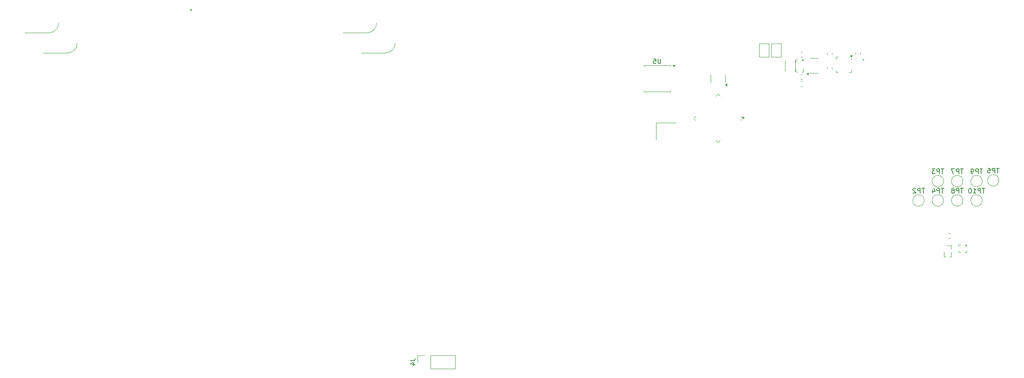
<source format=gbr>
%TF.GenerationSoftware,KiCad,Pcbnew,9.0.3*%
%TF.CreationDate,2025-07-16T09:35:22-04:00*%
%TF.ProjectId,board,626f6172-642e-46b6-9963-61645f706362,rev?*%
%TF.SameCoordinates,Original*%
%TF.FileFunction,Legend,Bot*%
%TF.FilePolarity,Positive*%
%FSLAX46Y46*%
G04 Gerber Fmt 4.6, Leading zero omitted, Abs format (unit mm)*
G04 Created by KiCad (PCBNEW 9.0.3) date 2025-07-16 09:35:22*
%MOMM*%
%LPD*%
G01*
G04 APERTURE LIST*
%ADD10C,0.100000*%
%ADD11C,0.150000*%
%ADD12C,0.120000*%
%ADD13C,0.200000*%
G04 APERTURE END LIST*
D10*
X200400000Y-37850000D02*
X200400000Y-38150000D01*
X200550000Y-38000000D02*
X200250000Y-38000000D01*
D11*
X228911904Y-60806819D02*
X228340476Y-60806819D01*
X228626190Y-61806819D02*
X228626190Y-60806819D01*
X228007142Y-61806819D02*
X228007142Y-60806819D01*
X228007142Y-60806819D02*
X227626190Y-60806819D01*
X227626190Y-60806819D02*
X227530952Y-60854438D01*
X227530952Y-60854438D02*
X227483333Y-60902057D01*
X227483333Y-60902057D02*
X227435714Y-60997295D01*
X227435714Y-60997295D02*
X227435714Y-61140152D01*
X227435714Y-61140152D02*
X227483333Y-61235390D01*
X227483333Y-61235390D02*
X227530952Y-61283009D01*
X227530952Y-61283009D02*
X227626190Y-61330628D01*
X227626190Y-61330628D02*
X228007142Y-61330628D01*
X226530952Y-60806819D02*
X227007142Y-60806819D01*
X227007142Y-60806819D02*
X227054761Y-61283009D01*
X227054761Y-61283009D02*
X227007142Y-61235390D01*
X227007142Y-61235390D02*
X226911904Y-61187771D01*
X226911904Y-61187771D02*
X226673809Y-61187771D01*
X226673809Y-61187771D02*
X226578571Y-61235390D01*
X226578571Y-61235390D02*
X226530952Y-61283009D01*
X226530952Y-61283009D02*
X226483333Y-61378247D01*
X226483333Y-61378247D02*
X226483333Y-61616342D01*
X226483333Y-61616342D02*
X226530952Y-61711580D01*
X226530952Y-61711580D02*
X226578571Y-61759200D01*
X226578571Y-61759200D02*
X226673809Y-61806819D01*
X226673809Y-61806819D02*
X226911904Y-61806819D01*
X226911904Y-61806819D02*
X227007142Y-61759200D01*
X227007142Y-61759200D02*
X227054761Y-61711580D01*
X217311904Y-65006819D02*
X216740476Y-65006819D01*
X217026190Y-66006819D02*
X217026190Y-65006819D01*
X216407142Y-66006819D02*
X216407142Y-65006819D01*
X216407142Y-65006819D02*
X216026190Y-65006819D01*
X216026190Y-65006819D02*
X215930952Y-65054438D01*
X215930952Y-65054438D02*
X215883333Y-65102057D01*
X215883333Y-65102057D02*
X215835714Y-65197295D01*
X215835714Y-65197295D02*
X215835714Y-65340152D01*
X215835714Y-65340152D02*
X215883333Y-65435390D01*
X215883333Y-65435390D02*
X215930952Y-65483009D01*
X215930952Y-65483009D02*
X216026190Y-65530628D01*
X216026190Y-65530628D02*
X216407142Y-65530628D01*
X214978571Y-65340152D02*
X214978571Y-66006819D01*
X215216666Y-64959200D02*
X215454761Y-65673485D01*
X215454761Y-65673485D02*
X214835714Y-65673485D01*
X158011904Y-37854820D02*
X158011904Y-38664343D01*
X158011904Y-38664343D02*
X157964285Y-38759581D01*
X157964285Y-38759581D02*
X157916666Y-38807201D01*
X157916666Y-38807201D02*
X157821428Y-38854820D01*
X157821428Y-38854820D02*
X157630952Y-38854820D01*
X157630952Y-38854820D02*
X157535714Y-38807201D01*
X157535714Y-38807201D02*
X157488095Y-38759581D01*
X157488095Y-38759581D02*
X157440476Y-38664343D01*
X157440476Y-38664343D02*
X157440476Y-37854820D01*
X156488095Y-37854820D02*
X156964285Y-37854820D01*
X156964285Y-37854820D02*
X157011904Y-38331010D01*
X157011904Y-38331010D02*
X156964285Y-38283391D01*
X156964285Y-38283391D02*
X156869047Y-38235772D01*
X156869047Y-38235772D02*
X156630952Y-38235772D01*
X156630952Y-38235772D02*
X156535714Y-38283391D01*
X156535714Y-38283391D02*
X156488095Y-38331010D01*
X156488095Y-38331010D02*
X156440476Y-38426248D01*
X156440476Y-38426248D02*
X156440476Y-38664343D01*
X156440476Y-38664343D02*
X156488095Y-38759581D01*
X156488095Y-38759581D02*
X156535714Y-38807201D01*
X156535714Y-38807201D02*
X156630952Y-38854820D01*
X156630952Y-38854820D02*
X156869047Y-38854820D01*
X156869047Y-38854820D02*
X156964285Y-38807201D01*
X156964285Y-38807201D02*
X157011904Y-38759581D01*
X221361904Y-60956819D02*
X220790476Y-60956819D01*
X221076190Y-61956819D02*
X221076190Y-60956819D01*
X220457142Y-61956819D02*
X220457142Y-60956819D01*
X220457142Y-60956819D02*
X220076190Y-60956819D01*
X220076190Y-60956819D02*
X219980952Y-61004438D01*
X219980952Y-61004438D02*
X219933333Y-61052057D01*
X219933333Y-61052057D02*
X219885714Y-61147295D01*
X219885714Y-61147295D02*
X219885714Y-61290152D01*
X219885714Y-61290152D02*
X219933333Y-61385390D01*
X219933333Y-61385390D02*
X219980952Y-61433009D01*
X219980952Y-61433009D02*
X220076190Y-61480628D01*
X220076190Y-61480628D02*
X220457142Y-61480628D01*
X219552380Y-60956819D02*
X218885714Y-60956819D01*
X218885714Y-60956819D02*
X219314285Y-61956819D01*
X225411904Y-60956819D02*
X224840476Y-60956819D01*
X225126190Y-61956819D02*
X225126190Y-60956819D01*
X224507142Y-61956819D02*
X224507142Y-60956819D01*
X224507142Y-60956819D02*
X224126190Y-60956819D01*
X224126190Y-60956819D02*
X224030952Y-61004438D01*
X224030952Y-61004438D02*
X223983333Y-61052057D01*
X223983333Y-61052057D02*
X223935714Y-61147295D01*
X223935714Y-61147295D02*
X223935714Y-61290152D01*
X223935714Y-61290152D02*
X223983333Y-61385390D01*
X223983333Y-61385390D02*
X224030952Y-61433009D01*
X224030952Y-61433009D02*
X224126190Y-61480628D01*
X224126190Y-61480628D02*
X224507142Y-61480628D01*
X223459523Y-61956819D02*
X223269047Y-61956819D01*
X223269047Y-61956819D02*
X223173809Y-61909200D01*
X223173809Y-61909200D02*
X223126190Y-61861580D01*
X223126190Y-61861580D02*
X223030952Y-61718723D01*
X223030952Y-61718723D02*
X222983333Y-61528247D01*
X222983333Y-61528247D02*
X222983333Y-61147295D01*
X222983333Y-61147295D02*
X223030952Y-61052057D01*
X223030952Y-61052057D02*
X223078571Y-61004438D01*
X223078571Y-61004438D02*
X223173809Y-60956819D01*
X223173809Y-60956819D02*
X223364285Y-60956819D01*
X223364285Y-60956819D02*
X223459523Y-61004438D01*
X223459523Y-61004438D02*
X223507142Y-61052057D01*
X223507142Y-61052057D02*
X223554761Y-61147295D01*
X223554761Y-61147295D02*
X223554761Y-61385390D01*
X223554761Y-61385390D02*
X223507142Y-61480628D01*
X223507142Y-61480628D02*
X223459523Y-61528247D01*
X223459523Y-61528247D02*
X223364285Y-61575866D01*
X223364285Y-61575866D02*
X223173809Y-61575866D01*
X223173809Y-61575866D02*
X223078571Y-61528247D01*
X223078571Y-61528247D02*
X223030952Y-61480628D01*
X223030952Y-61480628D02*
X222983333Y-61385390D01*
X217311904Y-60956819D02*
X216740476Y-60956819D01*
X217026190Y-61956819D02*
X217026190Y-60956819D01*
X216407142Y-61956819D02*
X216407142Y-60956819D01*
X216407142Y-60956819D02*
X216026190Y-60956819D01*
X216026190Y-60956819D02*
X215930952Y-61004438D01*
X215930952Y-61004438D02*
X215883333Y-61052057D01*
X215883333Y-61052057D02*
X215835714Y-61147295D01*
X215835714Y-61147295D02*
X215835714Y-61290152D01*
X215835714Y-61290152D02*
X215883333Y-61385390D01*
X215883333Y-61385390D02*
X215930952Y-61433009D01*
X215930952Y-61433009D02*
X216026190Y-61480628D01*
X216026190Y-61480628D02*
X216407142Y-61480628D01*
X215502380Y-60956819D02*
X214883333Y-60956819D01*
X214883333Y-60956819D02*
X215216666Y-61337771D01*
X215216666Y-61337771D02*
X215073809Y-61337771D01*
X215073809Y-61337771D02*
X214978571Y-61385390D01*
X214978571Y-61385390D02*
X214930952Y-61433009D01*
X214930952Y-61433009D02*
X214883333Y-61528247D01*
X214883333Y-61528247D02*
X214883333Y-61766342D01*
X214883333Y-61766342D02*
X214930952Y-61861580D01*
X214930952Y-61861580D02*
X214978571Y-61909200D01*
X214978571Y-61909200D02*
X215073809Y-61956819D01*
X215073809Y-61956819D02*
X215359523Y-61956819D01*
X215359523Y-61956819D02*
X215454761Y-61909200D01*
X215454761Y-61909200D02*
X215502380Y-61861580D01*
X225888094Y-65006819D02*
X225316666Y-65006819D01*
X225602380Y-66006819D02*
X225602380Y-65006819D01*
X224983332Y-66006819D02*
X224983332Y-65006819D01*
X224983332Y-65006819D02*
X224602380Y-65006819D01*
X224602380Y-65006819D02*
X224507142Y-65054438D01*
X224507142Y-65054438D02*
X224459523Y-65102057D01*
X224459523Y-65102057D02*
X224411904Y-65197295D01*
X224411904Y-65197295D02*
X224411904Y-65340152D01*
X224411904Y-65340152D02*
X224459523Y-65435390D01*
X224459523Y-65435390D02*
X224507142Y-65483009D01*
X224507142Y-65483009D02*
X224602380Y-65530628D01*
X224602380Y-65530628D02*
X224983332Y-65530628D01*
X223459523Y-66006819D02*
X224030951Y-66006819D01*
X223745237Y-66006819D02*
X223745237Y-65006819D01*
X223745237Y-65006819D02*
X223840475Y-65149676D01*
X223840475Y-65149676D02*
X223935713Y-65244914D01*
X223935713Y-65244914D02*
X224030951Y-65292533D01*
X222840475Y-65006819D02*
X222745237Y-65006819D01*
X222745237Y-65006819D02*
X222649999Y-65054438D01*
X222649999Y-65054438D02*
X222602380Y-65102057D01*
X222602380Y-65102057D02*
X222554761Y-65197295D01*
X222554761Y-65197295D02*
X222507142Y-65387771D01*
X222507142Y-65387771D02*
X222507142Y-65625866D01*
X222507142Y-65625866D02*
X222554761Y-65816342D01*
X222554761Y-65816342D02*
X222602380Y-65911580D01*
X222602380Y-65911580D02*
X222649999Y-65959200D01*
X222649999Y-65959200D02*
X222745237Y-66006819D01*
X222745237Y-66006819D02*
X222840475Y-66006819D01*
X222840475Y-66006819D02*
X222935713Y-65959200D01*
X222935713Y-65959200D02*
X222983332Y-65911580D01*
X222983332Y-65911580D02*
X223030951Y-65816342D01*
X223030951Y-65816342D02*
X223078570Y-65625866D01*
X223078570Y-65625866D02*
X223078570Y-65387771D01*
X223078570Y-65387771D02*
X223030951Y-65197295D01*
X223030951Y-65197295D02*
X222983332Y-65102057D01*
X222983332Y-65102057D02*
X222935713Y-65054438D01*
X222935713Y-65054438D02*
X222840475Y-65006819D01*
X213261904Y-65006819D02*
X212690476Y-65006819D01*
X212976190Y-66006819D02*
X212976190Y-65006819D01*
X212357142Y-66006819D02*
X212357142Y-65006819D01*
X212357142Y-65006819D02*
X211976190Y-65006819D01*
X211976190Y-65006819D02*
X211880952Y-65054438D01*
X211880952Y-65054438D02*
X211833333Y-65102057D01*
X211833333Y-65102057D02*
X211785714Y-65197295D01*
X211785714Y-65197295D02*
X211785714Y-65340152D01*
X211785714Y-65340152D02*
X211833333Y-65435390D01*
X211833333Y-65435390D02*
X211880952Y-65483009D01*
X211880952Y-65483009D02*
X211976190Y-65530628D01*
X211976190Y-65530628D02*
X212357142Y-65530628D01*
X211404761Y-65102057D02*
X211357142Y-65054438D01*
X211357142Y-65054438D02*
X211261904Y-65006819D01*
X211261904Y-65006819D02*
X211023809Y-65006819D01*
X211023809Y-65006819D02*
X210928571Y-65054438D01*
X210928571Y-65054438D02*
X210880952Y-65102057D01*
X210880952Y-65102057D02*
X210833333Y-65197295D01*
X210833333Y-65197295D02*
X210833333Y-65292533D01*
X210833333Y-65292533D02*
X210880952Y-65435390D01*
X210880952Y-65435390D02*
X211452380Y-66006819D01*
X211452380Y-66006819D02*
X210833333Y-66006819D01*
X221361904Y-65006819D02*
X220790476Y-65006819D01*
X221076190Y-66006819D02*
X221076190Y-65006819D01*
X220457142Y-66006819D02*
X220457142Y-65006819D01*
X220457142Y-65006819D02*
X220076190Y-65006819D01*
X220076190Y-65006819D02*
X219980952Y-65054438D01*
X219980952Y-65054438D02*
X219933333Y-65102057D01*
X219933333Y-65102057D02*
X219885714Y-65197295D01*
X219885714Y-65197295D02*
X219885714Y-65340152D01*
X219885714Y-65340152D02*
X219933333Y-65435390D01*
X219933333Y-65435390D02*
X219980952Y-65483009D01*
X219980952Y-65483009D02*
X220076190Y-65530628D01*
X220076190Y-65530628D02*
X220457142Y-65530628D01*
X219314285Y-65435390D02*
X219409523Y-65387771D01*
X219409523Y-65387771D02*
X219457142Y-65340152D01*
X219457142Y-65340152D02*
X219504761Y-65244914D01*
X219504761Y-65244914D02*
X219504761Y-65197295D01*
X219504761Y-65197295D02*
X219457142Y-65102057D01*
X219457142Y-65102057D02*
X219409523Y-65054438D01*
X219409523Y-65054438D02*
X219314285Y-65006819D01*
X219314285Y-65006819D02*
X219123809Y-65006819D01*
X219123809Y-65006819D02*
X219028571Y-65054438D01*
X219028571Y-65054438D02*
X218980952Y-65102057D01*
X218980952Y-65102057D02*
X218933333Y-65197295D01*
X218933333Y-65197295D02*
X218933333Y-65244914D01*
X218933333Y-65244914D02*
X218980952Y-65340152D01*
X218980952Y-65340152D02*
X219028571Y-65387771D01*
X219028571Y-65387771D02*
X219123809Y-65435390D01*
X219123809Y-65435390D02*
X219314285Y-65435390D01*
X219314285Y-65435390D02*
X219409523Y-65483009D01*
X219409523Y-65483009D02*
X219457142Y-65530628D01*
X219457142Y-65530628D02*
X219504761Y-65625866D01*
X219504761Y-65625866D02*
X219504761Y-65816342D01*
X219504761Y-65816342D02*
X219457142Y-65911580D01*
X219457142Y-65911580D02*
X219409523Y-65959200D01*
X219409523Y-65959200D02*
X219314285Y-66006819D01*
X219314285Y-66006819D02*
X219123809Y-66006819D01*
X219123809Y-66006819D02*
X219028571Y-65959200D01*
X219028571Y-65959200D02*
X218980952Y-65911580D01*
X218980952Y-65911580D02*
X218933333Y-65816342D01*
X218933333Y-65816342D02*
X218933333Y-65625866D01*
X218933333Y-65625866D02*
X218980952Y-65530628D01*
X218980952Y-65530628D02*
X219028571Y-65483009D01*
X219028571Y-65483009D02*
X219123809Y-65435390D01*
X105584819Y-101116666D02*
X106299104Y-101116666D01*
X106299104Y-101116666D02*
X106441961Y-101069047D01*
X106441961Y-101069047D02*
X106537200Y-100973809D01*
X106537200Y-100973809D02*
X106584819Y-100830952D01*
X106584819Y-100830952D02*
X106584819Y-100735714D01*
X105918152Y-102021428D02*
X106584819Y-102021428D01*
X105537200Y-101783333D02*
X106251485Y-101545238D01*
X106251485Y-101545238D02*
X106251485Y-102164285D01*
D12*
%TO.C,SW1*%
X35800000Y-34600000D02*
G75*
G02*
X33800000Y-36600000I-2000000J0D01*
G01*
X31900000Y-30400000D02*
G75*
G02*
X29900000Y-32400000I-2000000J0D01*
G01*
X33800000Y-36600000D02*
X28700000Y-36600000D01*
X29900000Y-32400000D02*
X24800000Y-32400000D01*
%TO.C,SW2*%
X102400000Y-34600000D02*
G75*
G02*
X100400000Y-36600000I-2000000J0D01*
G01*
X98500000Y-30400000D02*
G75*
G02*
X96500000Y-32400000I-2000000J0D01*
G01*
X100400000Y-36600000D02*
X95300000Y-36600000D01*
X96500000Y-32400000D02*
X91400000Y-32400000D01*
D13*
%TO.C,J1*%
X59730750Y-27600000D02*
G75*
G02*
X59530750Y-27600000I-100000J0D01*
G01*
X59530750Y-27600000D02*
G75*
G02*
X59730750Y-27600000I100000J0D01*
G01*
D12*
%TO.C,JP1*%
X178650000Y-34650000D02*
X178650000Y-37450000D01*
X178650000Y-37450000D02*
X180650000Y-37450000D01*
X180650000Y-34650000D02*
X178650000Y-34650000D01*
X180650000Y-37450000D02*
X180650000Y-34650000D01*
%TO.C,TP5*%
X228850000Y-63350000D02*
G75*
G02*
X226450000Y-63350000I-1200000J0D01*
G01*
X226450000Y-63350000D02*
G75*
G02*
X228850000Y-63350000I1200000J0D01*
G01*
%TO.C,TP4*%
X217250000Y-67550000D02*
G75*
G02*
X214850000Y-67550000I-1200000J0D01*
G01*
X214850000Y-67550000D02*
G75*
G02*
X217250000Y-67550000I1200000J0D01*
G01*
%TO.C,U1*%
X164894689Y-50300000D02*
X165354308Y-49840381D01*
X165354308Y-50759619D02*
X164894689Y-50300000D01*
X169540381Y-54945692D02*
X170000000Y-55405311D01*
X170000000Y-45194689D02*
X169540381Y-45654308D01*
X170000000Y-55405311D02*
X170459619Y-54945692D01*
X170459619Y-45654308D02*
X170000000Y-45194689D01*
X174645692Y-49840381D02*
X174893179Y-50087868D01*
X174645692Y-50759619D02*
X174935605Y-50469706D01*
X175508362Y-50236360D02*
X175105311Y-50300000D01*
X175168951Y-49896949D01*
X175508362Y-50236360D01*
G36*
X175508362Y-50236360D02*
G01*
X175105311Y-50300000D01*
X175168951Y-49896949D01*
X175508362Y-50236360D01*
G37*
%TO.C,C34*%
X192890000Y-36659420D02*
X192890000Y-36940580D01*
X193910000Y-36659420D02*
X193910000Y-36940580D01*
%TO.C,C35*%
X218590580Y-74460000D02*
X218309420Y-74460000D01*
X218590580Y-75480000D02*
X218309420Y-75480000D01*
%TO.C,U5*%
X154490000Y-39240000D02*
X154490000Y-39510000D01*
X154490000Y-44760000D02*
X154490000Y-44490000D01*
X157250000Y-39240000D02*
X154490000Y-39240000D01*
X157250000Y-39240000D02*
X160010000Y-39240000D01*
X157250000Y-44760000D02*
X154490000Y-44760000D01*
X157250000Y-44760000D02*
X160010000Y-44760000D01*
X160010000Y-39240000D02*
X160010000Y-39510000D01*
X160010000Y-44760000D02*
X160010000Y-44490000D01*
X160775000Y-39510001D02*
X160535000Y-39180000D01*
X161015000Y-39180000D01*
X160775000Y-39510001D01*
G36*
X160775000Y-39510001D02*
G01*
X160535000Y-39180000D01*
X161015000Y-39180000D01*
X160775000Y-39510001D01*
G37*
%TO.C,U8*%
X220411500Y-76856500D02*
X220411500Y-77193250D01*
X220411500Y-78443500D02*
X220411500Y-78106750D01*
X220770750Y-76856500D02*
X220411500Y-76856500D01*
X220770750Y-78443500D02*
X220411500Y-78443500D01*
X221729250Y-78443500D02*
X222088500Y-78443500D01*
X222088500Y-78443500D02*
X222088500Y-78106750D01*
D13*
X222068500Y-76976500D02*
G75*
G02*
X221868500Y-76976500I-100000J0D01*
G01*
X221868500Y-76976500D02*
G75*
G02*
X222068500Y-76976500I100000J0D01*
G01*
D12*
%TO.C,J3*%
X217365000Y-78485000D02*
X217365000Y-79359999D01*
X217424435Y-78485000D02*
X217365000Y-78485000D01*
X217699970Y-79360000D02*
X217365000Y-79359999D01*
X218855000Y-77015000D02*
X218110000Y-77015001D01*
X218855000Y-78485000D02*
X218795565Y-78485000D01*
X218855000Y-78485000D02*
X218855000Y-79359999D01*
X218855000Y-79359999D02*
X218520030Y-79360000D01*
X218855001Y-77750000D02*
X218855000Y-77015000D01*
%TO.C,C7*%
X187359420Y-41090000D02*
X187640580Y-41090000D01*
X187359420Y-42110000D02*
X187640580Y-42110000D01*
%TO.C,U2*%
X194690000Y-37490000D02*
X194690000Y-37965000D01*
X194690000Y-40710000D02*
X194690000Y-40235000D01*
X195165000Y-37490000D02*
X194690000Y-37490000D01*
X195165000Y-40710000D02*
X194690000Y-40710000D01*
X197435000Y-37490000D02*
X197610000Y-37490000D01*
X197435000Y-40710000D02*
X197910000Y-40710000D01*
X197910000Y-37965000D02*
X197910000Y-37730000D01*
X197910000Y-40710000D02*
X197910000Y-40235000D01*
X197910000Y-37490000D02*
X197670000Y-37160000D01*
X198150000Y-37160000D01*
X197910000Y-37490000D01*
G36*
X197910000Y-37490000D02*
G01*
X197670000Y-37160000D01*
X198150000Y-37160000D01*
X197910000Y-37490000D01*
G37*
%TO.C,C1*%
X198790000Y-36840580D02*
X198790000Y-36559420D01*
X199810000Y-36840580D02*
X199810000Y-36559420D01*
%TO.C,TP7*%
X221300000Y-63500000D02*
G75*
G02*
X218900000Y-63500000I-1200000J0D01*
G01*
X218900000Y-63500000D02*
G75*
G02*
X221300000Y-63500000I1200000J0D01*
G01*
%TO.C,Y1*%
X157058629Y-51289999D02*
X161178629Y-51289999D01*
X157058629Y-54710001D02*
X157058629Y-51289999D01*
%TO.C,TP9*%
X225350000Y-63500000D02*
G75*
G02*
X222950000Y-63500000I-1200000J0D01*
G01*
X222950000Y-63500000D02*
G75*
G02*
X225350000Y-63500000I1200000J0D01*
G01*
%TO.C,TP3*%
X217250000Y-63500000D02*
G75*
G02*
X214850000Y-63500000I-1200000J0D01*
G01*
X214850000Y-63500000D02*
G75*
G02*
X217250000Y-63500000I1200000J0D01*
G01*
%TO.C,TP10*%
X225350000Y-67550000D02*
G75*
G02*
X222950000Y-67550000I-1200000J0D01*
G01*
X222950000Y-67550000D02*
G75*
G02*
X225350000Y-67550000I1200000J0D01*
G01*
%TO.C,U4*%
X190137500Y-37740000D02*
X189337500Y-37740000D01*
X190137500Y-37740000D02*
X190937500Y-37740000D01*
X190137500Y-40860000D02*
X189337500Y-40860000D01*
X190137500Y-40860000D02*
X190937500Y-40860000D01*
X189077500Y-41140000D02*
X188597500Y-41140000D01*
X188837500Y-40810000D01*
X189077500Y-41140000D01*
G36*
X189077500Y-41140000D02*
G01*
X188597500Y-41140000D01*
X188837500Y-40810000D01*
X189077500Y-41140000D01*
G37*
%TO.C,C4*%
X187359420Y-36490000D02*
X187640580Y-36490000D01*
X187359420Y-37510000D02*
X187640580Y-37510000D01*
%TO.C,TP2*%
X213200000Y-67550000D02*
G75*
G02*
X210800000Y-67550000I-1200000J0D01*
G01*
X210800000Y-67550000D02*
G75*
G02*
X213200000Y-67550000I1200000J0D01*
G01*
%TO.C,L1*%
X184015000Y-38190000D02*
X184015000Y-40410000D01*
X186135000Y-40410000D02*
X186135000Y-38190000D01*
%TO.C,U6*%
X168440000Y-42000000D02*
X168440000Y-41200000D01*
X168440000Y-42000000D02*
X168440000Y-42800000D01*
X171560000Y-42000000D02*
X171560000Y-41200000D01*
X171560000Y-42000000D02*
X171560000Y-42800000D01*
X171840000Y-43540000D02*
X171510000Y-43300000D01*
X171840000Y-43060000D01*
X171840000Y-43540000D01*
G36*
X171840000Y-43540000D02*
G01*
X171510000Y-43300000D01*
X171840000Y-43060000D01*
X171840000Y-43540000D01*
G37*
%TO.C,U3*%
X186255000Y-38030000D02*
X186255000Y-38605000D01*
X186255000Y-40570000D02*
X186255000Y-39995000D01*
X186605000Y-38030000D02*
X186255000Y-38030000D01*
X186605000Y-40570000D02*
X186255000Y-40570000D01*
X187545000Y-40570000D02*
X187895000Y-40570000D01*
X187895000Y-40570000D02*
X187895000Y-39995000D01*
D13*
X187875000Y-38150000D02*
G75*
G02*
X187675000Y-38150000I-100000J0D01*
G01*
X187675000Y-38150000D02*
G75*
G02*
X187875000Y-38150000I100000J0D01*
G01*
D12*
%TO.C,TP8*%
X221300000Y-67550000D02*
G75*
G02*
X218900000Y-67550000I-1200000J0D01*
G01*
X218900000Y-67550000D02*
G75*
G02*
X221300000Y-67550000I1200000J0D01*
G01*
%TO.C,JP2*%
X181200000Y-34650001D02*
X181200000Y-37450001D01*
X181200000Y-37450001D02*
X183200000Y-37450001D01*
X183200000Y-34650001D02*
X181200000Y-34650001D01*
X183200000Y-37450001D02*
X183200000Y-34650001D01*
%TO.C,C6*%
X187359420Y-42590000D02*
X187640580Y-42590000D01*
X187359420Y-43610000D02*
X187640580Y-43610000D01*
%TO.C,C3*%
X192890000Y-39940580D02*
X192890000Y-39659420D01*
X193910000Y-39940580D02*
X193910000Y-39659420D01*
%TO.C,J4*%
X107130000Y-100070000D02*
X107130001Y-101450000D01*
X108510000Y-100070001D02*
X107130000Y-100070000D01*
X109780000Y-100070000D02*
X109780000Y-102830000D01*
X109780000Y-100070000D02*
X114970000Y-100070000D01*
X109780000Y-102830000D02*
X114970000Y-102830000D01*
X114970000Y-100070000D02*
X114970000Y-102830000D01*
%TD*%
M02*

</source>
